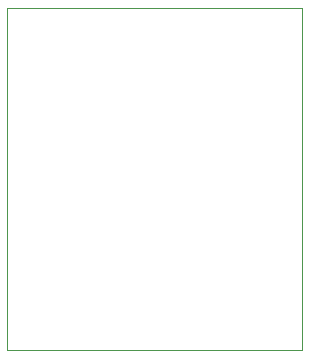
<source format=gbr>
G04 ===== Begin FILE IDENTIFICATION =====*
G04 File Format:  Gerber RS274X*
G04 ===== End FILE IDENTIFICATION =====*
%FSLAX24Y24*%
%MOIN*%
%SFA1.0000B1.0000*%
%OFA0.0B0.0*%
%ADD14C,0.000001*%
%LNbound*%
%IPPOS*%
%LPD*%
G75*
D14*
G01X9441Y9441D02*
G01X-394D01*

G01Y-1969D01*
G01X9441D02*
G01Y9441D01*
G01X-394Y-1969D02*
G01X9441D01*
M02*


</source>
